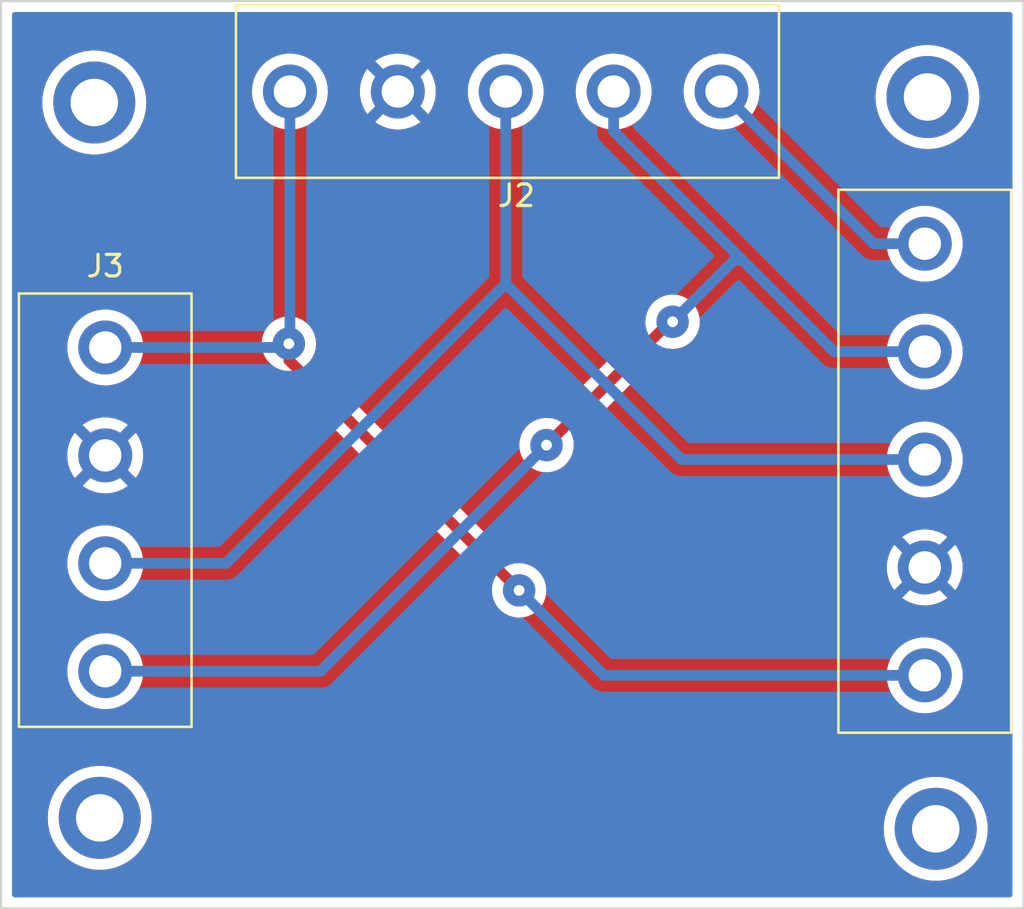
<source format=kicad_pcb>
(kicad_pcb (version 20211014) (generator pcbnew)
  (layers (0 "F.Cu" signal) (31 "B.Cu" signal) (34 "B.Paste" user) (35 "F.Paste" user) (36 "B.SilkS" user "B.Silkscreen") (37 "F.SilkS" user "F.Silkscreen") (38 "B.Mask" user) (39 "F.Mask" user) (44 "Edge.Cuts" user))
  (net 0 "")
  (net 1 "/XSHUT")
  (net 2 "/SDA")
  (net 3 "/SCL")
  (net 4 "/GND")
  (net 5 "/VCC")
  (footprint "tfg_library:Conn_5pins" (layer "F.Cu") (at 65.341 29.443 -90)
    (fp_text reference "J1" hide)
    (fp_text value "Conn_01x05" hide)
    (fp_rect (start 0 0.38) (end 25.16 -7.62) (layer "F.SilkS") (width 0.12) (fill none))
    (pad "1" thru_hole circle (at 2.5 -3.62 270) (size 2.5 2.5) (drill 1.5) (layers *.Cu *.Mask) (net 1 "/XSHUT"))
    (pad "2" thru_hole circle (at 7.5 -3.62 270) (size 2.5 2.5) (drill 1.5) (layers *.Cu *.Mask) (net 2 "/SDA"))
    (pad "3" thru_hole circle (at 12.5 -3.62 270) (size 2.5 2.5) (drill 1.5) (layers *.Cu *.Mask) (net 3 "/SCL"))
    (pad "4" thru_hole circle (at 17.5 -3.62 270) (size 2.5 2.5) (drill 1.5) (layers *.Cu *.Mask) (net 4 "/GND"))
    (pad "5" thru_hole circle (at 22.5 -3.62 270) (size 2.5 2.5) (drill 1.5) (layers *.Cu *.Mask) (net 5 "/VCC"))
  )
  (footprint "MountingHole:MountingHole_2.2mm_M2_DIN965_Pad" (layer "F.Cu") (at 30.734 58.547)
    (fp_text reference "H3" hide)
    (fp_text value "MountingHole" hide)
    (pad "3" thru_hole circle (at 0 0) (size 3.8 3.8) (drill 2.2) (layers *.Cu *.Mask))
  )
  (footprint "tfg_library:Conn_4pins" (layer "F.Cu") (at 28.448 34.251 -90)
    (fp_text reference "J3" (at -1.27 -2.54 unlocked) (layer "F.SilkS"))
    (fp_text value "Conn_01x04" hide)
    (fp_rect (start 0 1.46) (end 20.08 -6.54) (layer "F.SilkS") (width 0.12) (fill none))
    (pad "1" thru_hole circle (at 2.5 -2.54 270) (size 2.5 2.5) (drill 1.5) (layers *.Cu *.Mask) (net 5 "/VCC"))
    (pad "2" thru_hole circle (at 7.5 -2.54 270) (size 2.5 2.5) (drill 1.5) (layers *.Cu *.Mask) (net 4 "/GND"))
    (pad "3" thru_hole circle (at 12.5 -2.54 270) (size 2.5 2.5) (drill 1.5) (layers *.Cu *.Mask) (net 3 "/SCL"))
    (pad "4" thru_hole circle (at 17.5 -2.54 270) (size 2.5 2.5) (drill 1.5) (layers *.Cu *.Mask) (net 2 "/SDA"))
  )
  (footprint "MountingHole:MountingHole_2.2mm_M2_DIN965_Pad" (layer "F.Cu") (at 69.088 25.146)
    (fp_text reference "H4" hide)
    (fp_text value "MountingHole" hide)
    (pad "2" thru_hole circle (at 0 0) (size 3.8 3.8) (drill 2.2) (layers *.Cu *.Mask))
  )
  (footprint "MountingHole:MountingHole_2.2mm_M2_DIN965_Pad" (layer "F.Cu") (at 30.48 25.4)
    (fp_text reference "H1" hide)
    (fp_text value "MountingHole" hide)
    (pad "1" thru_hole circle (at 0 0) (size 3.8 3.8) (drill 2.2) (layers *.Cu *.Mask))
  )
  (footprint "MountingHole:MountingHole_2.2mm_M2_DIN965_Pad" (layer "F.Cu") (at 69.469 59.055)
    (fp_text reference "H2" hide)
    (fp_text value "MountingHole" hide)
    (pad "4" thru_hole circle (at 0 0) (size 3.8 3.8) (drill 2.2) (layers *.Cu *.Mask))
  )
  (footprint "tfg_library:Conn_5pins" (layer "F.Cu") (at 37.045 28.512)
    (fp_text reference "J2" (at 12.993 1.206 unlocked) (layer "F.SilkS"))
    (fp_text value "Conn_01x05" hide)
    (fp_rect (start 0 0.38) (end 25.16 -7.62) (layer "F.SilkS") (width 0.12) (fill none))
    (pad "1" thru_hole circle (at 2.5 -3.62) (size 2.5 2.5) (drill 1.5) (layers *.Cu *.Mask) (net 5 "/VCC"))
    (pad "2" thru_hole circle (at 7.5 -3.62) (size 2.5 2.5) (drill 1.5) (layers *.Cu *.Mask) (net 4 "/GND"))
    (pad "3" thru_hole circle (at 12.5 -3.62) (size 2.5 2.5) (drill 1.5) (layers *.Cu *.Mask) (net 3 "/SCL"))
    (pad "4" thru_hole circle (at 17.5 -3.62) (size 2.5 2.5) (drill 1.5) (layers *.Cu *.Mask) (net 2 "/SDA"))
    (pad "5" thru_hole circle (at 22.5 -3.62) (size 2.5 2.5) (drill 1.5) (layers *.Cu *.Mask) (net 1 "/XSHUT"))
  )
  (gr_rect (start 26.162 20.701) (end 73.533 62.738) (layer "Edge.Cuts") (width 0.1) (fill none))
  (segment (start 66.596 31.943) (end 59.545 24.892) (width 0.5) (layer "B.Cu") (net 1))
  (segment (start 68.961 31.943) (end 66.596 31.943) (width 0.5) (layer "B.Cu") (net 1))
  (segment (start 51.435 41.275) (end 57.15 35.56) (width 0.5) (layer "F.Cu") (net 2))
  (via (at 57.277 35.56) (size 1.5) (drill 0.5) (layers "F.Cu" "B.Cu") (net 2))
  (via (at 51.435 41.275) (size 1.5) (drill 0.5) (layers "F.Cu" "B.Cu") (net 2))
  (segment (start 57.277 35.56) (end 60.1345 32.7025) (width 0.5) (layer "B.Cu") (net 2))
  (segment (start 60.1345 32.7025) (end 60.5155 32.7025) (width 0.5) (layer "B.Cu") (net 2))
  (segment (start 54.545 26.732) (end 60.5155 32.7025) (width 0.5) (layer "B.Cu") (net 2))
  (segment (start 40.959 51.751) (end 51.435 41.275) (width 0.5) (layer "B.Cu") (net 2))
  (segment (start 30.988 51.751) (end 40.959 51.751) (width 0.5) (layer "B.Cu") (net 2))
  (segment (start 64.756 36.943) (end 68.961 36.943) (width 0.5) (layer "B.Cu") (net 2))
  (segment (start 60.5155 32.7025) (end 64.756 36.943) (width 0.5) (layer "B.Cu") (net 2))
  (segment (start 54.545 24.892) (end 54.545 26.732) (width 0.5) (layer "B.Cu") (net 2))
  (segment (start 68.961 41.943) (end 57.691 41.943) (width 0.5) (layer "B.Cu") (net 3))
  (segment (start 49.545 33.797) (end 36.591 46.751) (width 0.5) (layer "B.Cu") (net 3))
  (segment (start 57.691 41.943) (end 57.531 41.783) (width 0.5) (layer "B.Cu") (net 3))
  (segment (start 49.545 33.797) (end 49.545 24.892) (width 0.5) (layer "B.Cu") (net 3))
  (segment (start 36.591 46.751) (end 30.988 46.751) (width 0.5) (layer "B.Cu") (net 3))
  (segment (start 57.531 41.783) (end 49.545 33.797) (width 0.5) (layer "B.Cu") (net 3))
  (segment (start 39.497 37.338) (end 39.497 36.576) (width 0.5) (layer "F.Cu") (net 5))
  (segment (start 50.165 48.006) (end 39.497 37.338) (width 0.5) (layer "F.Cu") (net 5))
  (via (at 39.497 36.576) (size 1.5) (drill 0.5) (layers "F.Cu" "B.Cu") (net 5))
  (via (at 50.165 48.006) (size 1.5) (drill 0.5) (layers "F.Cu" "B.Cu") (net 5))
  (segment (start 39.497 36.576) (end 39.545 36.528) (width 0.5) (layer "B.Cu") (net 5))
  (segment (start 39.497 36.576) (end 39.322 36.751) (width 0.5) (layer "B.Cu") (net 5))
  (segment (start 68.961 51.943) (end 54.102 51.943) (width 0.5) (layer "B.Cu") (net 5))
  (segment (start 39.322 36.751) (end 30.988 36.751) (width 0.5) (layer "B.Cu") (net 5))
  (segment (start 54.102 51.943) (end 50.165 48.006) (width 0.5) (layer "B.Cu") (net 5))
  (segment (start 39.545 36.528) (end 39.545 24.892) (width 0.5) (layer "B.Cu") (net 5))
  (zone (net 4) (net_name "/GND") (layer "F.Cu") (connect_pads (clearance 0.508)) (min_thickness 0.254) (fill yes (thermal_gap 0.508) (thermal_bridge_width 0.508))
    (polygon (pts (xy 73.533 62.738) (xy 26.162 62.738) (xy 26.162 20.701) (xy 73.533 20.701)))
  )
  (zone (net 4) (net_name "/GND") (layer "B.Cu") (connect_pads (clearance 0.508)) (min_thickness 0.254) (fill yes (thermal_gap 0.508) (thermal_bridge_width 0.508))
    (polygon (pts (xy 73.533 62.738) (xy 26.162 62.738) (xy 26.162 20.701) (xy 73.533 20.701)))
  )
)
</source>
